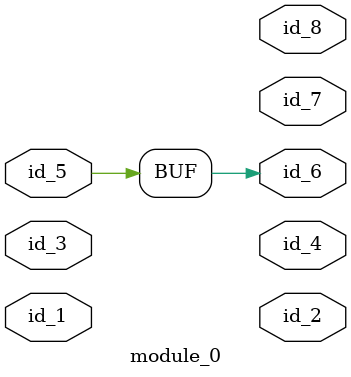
<source format=v>
module module_0 (
    id_1,
    id_2,
    id_3,
    id_4,
    id_5,
    id_6,
    id_7,
    id_8
);
  output id_8;
  output id_7;
  output id_6;
  input id_5;
  output id_4;
  input id_3;
  output id_2;
  inout id_1;
  assign id_6 = id_5;
endmodule

</source>
